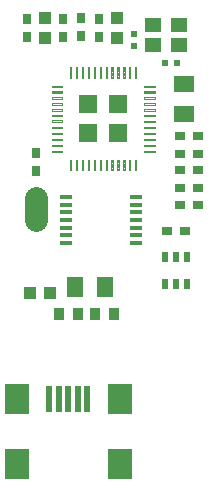
<source format=gbr>
G04 EAGLE Gerber RS-274X export*
G75*
%MOMM*%
%FSLAX34Y34*%
%LPD*%
%INSolderpaste Top*%
%IPPOS*%
%AMOC8*
5,1,8,0,0,1.08239X$1,22.5*%
G01*
%ADD10R,0.900000X1.000000*%
%ADD11R,0.600000X0.900000*%
%ADD12R,1.000000X1.100000*%
%ADD13R,1.100000X1.000000*%
%ADD14R,1.500000X1.500000*%
%ADD15C,0.115000*%
%ADD16R,0.990600X0.304800*%
%ADD17R,1.400000X1.200000*%
%ADD18R,0.800000X0.900000*%
%ADD19R,1.400000X1.800000*%
%ADD20R,0.900000X0.800000*%
%ADD21R,0.600000X0.600000*%
%ADD22R,1.800000X1.400000*%
%ADD23C,1.930400*%
%ADD24R,0.500000X2.299997*%
%ADD25R,1.999997X2.499994*%


D10*
X319660Y128270D03*
X335660Y128270D03*
X305180Y128270D03*
X289180Y128270D03*
D11*
X397740Y176790D03*
X388240Y176790D03*
X378740Y176790D03*
X378740Y153790D03*
X388240Y153790D03*
X397740Y153790D03*
D12*
X277180Y379340D03*
X277180Y362340D03*
X338140Y379340D03*
X338140Y362340D03*
D13*
X264400Y146540D03*
X281400Y146540D03*
D14*
X339066Y306300D03*
X339066Y281300D03*
X314066Y281300D03*
X314066Y306300D03*
D15*
X353491Y328375D02*
X354641Y328375D01*
X353491Y328375D02*
X353491Y337225D01*
X354641Y337225D01*
X354641Y328375D01*
X354641Y329467D02*
X353491Y329467D01*
X353491Y330559D02*
X354641Y330559D01*
X354641Y331651D02*
X353491Y331651D01*
X353491Y332743D02*
X354641Y332743D01*
X354641Y333835D02*
X353491Y333835D01*
X353491Y334927D02*
X354641Y334927D01*
X354641Y336019D02*
X353491Y336019D01*
X353491Y337111D02*
X354641Y337111D01*
X349641Y328375D02*
X348491Y328375D01*
X348491Y337225D01*
X349641Y337225D01*
X349641Y328375D01*
X349641Y329467D02*
X348491Y329467D01*
X348491Y330559D02*
X349641Y330559D01*
X349641Y331651D02*
X348491Y331651D01*
X348491Y332743D02*
X349641Y332743D01*
X349641Y333835D02*
X348491Y333835D01*
X348491Y334927D02*
X349641Y334927D01*
X349641Y336019D02*
X348491Y336019D01*
X348491Y337111D02*
X349641Y337111D01*
X344641Y328375D02*
X343491Y328375D01*
X343491Y337225D01*
X344641Y337225D01*
X344641Y328375D01*
X344641Y329467D02*
X343491Y329467D01*
X343491Y330559D02*
X344641Y330559D01*
X344641Y331651D02*
X343491Y331651D01*
X343491Y332743D02*
X344641Y332743D01*
X344641Y333835D02*
X343491Y333835D01*
X343491Y334927D02*
X344641Y334927D01*
X344641Y336019D02*
X343491Y336019D01*
X343491Y337111D02*
X344641Y337111D01*
X339641Y328375D02*
X338491Y328375D01*
X338491Y337225D01*
X339641Y337225D01*
X339641Y328375D01*
X339641Y329467D02*
X338491Y329467D01*
X338491Y330559D02*
X339641Y330559D01*
X339641Y331651D02*
X338491Y331651D01*
X338491Y332743D02*
X339641Y332743D01*
X339641Y333835D02*
X338491Y333835D01*
X338491Y334927D02*
X339641Y334927D01*
X339641Y336019D02*
X338491Y336019D01*
X338491Y337111D02*
X339641Y337111D01*
X334641Y328375D02*
X333491Y328375D01*
X333491Y337225D01*
X334641Y337225D01*
X334641Y328375D01*
X334641Y329467D02*
X333491Y329467D01*
X333491Y330559D02*
X334641Y330559D01*
X334641Y331651D02*
X333491Y331651D01*
X333491Y332743D02*
X334641Y332743D01*
X334641Y333835D02*
X333491Y333835D01*
X333491Y334927D02*
X334641Y334927D01*
X334641Y336019D02*
X333491Y336019D01*
X333491Y337111D02*
X334641Y337111D01*
X329641Y328375D02*
X328491Y328375D01*
X328491Y337225D01*
X329641Y337225D01*
X329641Y328375D01*
X329641Y329467D02*
X328491Y329467D01*
X328491Y330559D02*
X329641Y330559D01*
X329641Y331651D02*
X328491Y331651D01*
X328491Y332743D02*
X329641Y332743D01*
X329641Y333835D02*
X328491Y333835D01*
X328491Y334927D02*
X329641Y334927D01*
X329641Y336019D02*
X328491Y336019D01*
X328491Y337111D02*
X329641Y337111D01*
X324641Y328375D02*
X323491Y328375D01*
X323491Y337225D01*
X324641Y337225D01*
X324641Y328375D01*
X324641Y329467D02*
X323491Y329467D01*
X323491Y330559D02*
X324641Y330559D01*
X324641Y331651D02*
X323491Y331651D01*
X323491Y332743D02*
X324641Y332743D01*
X324641Y333835D02*
X323491Y333835D01*
X323491Y334927D02*
X324641Y334927D01*
X324641Y336019D02*
X323491Y336019D01*
X323491Y337111D02*
X324641Y337111D01*
X319641Y328375D02*
X318491Y328375D01*
X318491Y337225D01*
X319641Y337225D01*
X319641Y328375D01*
X319641Y329467D02*
X318491Y329467D01*
X318491Y330559D02*
X319641Y330559D01*
X319641Y331651D02*
X318491Y331651D01*
X318491Y332743D02*
X319641Y332743D01*
X319641Y333835D02*
X318491Y333835D01*
X318491Y334927D02*
X319641Y334927D01*
X319641Y336019D02*
X318491Y336019D01*
X318491Y337111D02*
X319641Y337111D01*
X314641Y328375D02*
X313491Y328375D01*
X313491Y337225D01*
X314641Y337225D01*
X314641Y328375D01*
X314641Y329467D02*
X313491Y329467D01*
X313491Y330559D02*
X314641Y330559D01*
X314641Y331651D02*
X313491Y331651D01*
X313491Y332743D02*
X314641Y332743D01*
X314641Y333835D02*
X313491Y333835D01*
X313491Y334927D02*
X314641Y334927D01*
X314641Y336019D02*
X313491Y336019D01*
X313491Y337111D02*
X314641Y337111D01*
X309641Y328375D02*
X308491Y328375D01*
X308491Y337225D01*
X309641Y337225D01*
X309641Y328375D01*
X309641Y329467D02*
X308491Y329467D01*
X308491Y330559D02*
X309641Y330559D01*
X309641Y331651D02*
X308491Y331651D01*
X308491Y332743D02*
X309641Y332743D01*
X309641Y333835D02*
X308491Y333835D01*
X308491Y334927D02*
X309641Y334927D01*
X309641Y336019D02*
X308491Y336019D01*
X308491Y337111D02*
X309641Y337111D01*
X304641Y328375D02*
X303491Y328375D01*
X303491Y337225D01*
X304641Y337225D01*
X304641Y328375D01*
X304641Y329467D02*
X303491Y329467D01*
X303491Y330559D02*
X304641Y330559D01*
X304641Y331651D02*
X303491Y331651D01*
X303491Y332743D02*
X304641Y332743D01*
X304641Y333835D02*
X303491Y333835D01*
X303491Y334927D02*
X304641Y334927D01*
X304641Y336019D02*
X303491Y336019D01*
X303491Y337111D02*
X304641Y337111D01*
X299641Y328375D02*
X298491Y328375D01*
X298491Y337225D01*
X299641Y337225D01*
X299641Y328375D01*
X299641Y329467D02*
X298491Y329467D01*
X298491Y330559D02*
X299641Y330559D01*
X299641Y331651D02*
X298491Y331651D01*
X298491Y332743D02*
X299641Y332743D01*
X299641Y333835D02*
X298491Y333835D01*
X298491Y334927D02*
X299641Y334927D01*
X299641Y336019D02*
X298491Y336019D01*
X298491Y337111D02*
X299641Y337111D01*
X291991Y321875D02*
X291991Y320725D01*
X283141Y320725D01*
X283141Y321875D01*
X291991Y321875D01*
X291991Y321817D02*
X283141Y321817D01*
X291991Y316875D02*
X291991Y315725D01*
X283141Y315725D01*
X283141Y316875D01*
X291991Y316875D01*
X291991Y316817D02*
X283141Y316817D01*
X291991Y311875D02*
X291991Y310725D01*
X283141Y310725D01*
X283141Y311875D01*
X291991Y311875D01*
X291991Y311817D02*
X283141Y311817D01*
X291991Y306875D02*
X291991Y305725D01*
X283141Y305725D01*
X283141Y306875D01*
X291991Y306875D01*
X291991Y306817D02*
X283141Y306817D01*
X291991Y301875D02*
X291991Y300725D01*
X283141Y300725D01*
X283141Y301875D01*
X291991Y301875D01*
X291991Y301817D02*
X283141Y301817D01*
X291991Y296875D02*
X291991Y295725D01*
X283141Y295725D01*
X283141Y296875D01*
X291991Y296875D01*
X291991Y296817D02*
X283141Y296817D01*
X291991Y292375D02*
X291991Y291225D01*
X283141Y291225D01*
X283141Y292375D01*
X291991Y292375D01*
X291991Y292317D02*
X283141Y292317D01*
X291991Y286875D02*
X291991Y285725D01*
X283141Y285725D01*
X283141Y286875D01*
X291991Y286875D01*
X291991Y286817D02*
X283141Y286817D01*
X291991Y281875D02*
X291991Y280725D01*
X283141Y280725D01*
X283141Y281875D01*
X291991Y281875D01*
X291991Y281817D02*
X283141Y281817D01*
X291991Y276875D02*
X291991Y275725D01*
X283141Y275725D01*
X283141Y276875D01*
X291991Y276875D01*
X291991Y276817D02*
X283141Y276817D01*
X291991Y271875D02*
X291991Y270725D01*
X283141Y270725D01*
X283141Y271875D01*
X291991Y271875D01*
X291991Y271817D02*
X283141Y271817D01*
X291991Y266875D02*
X291991Y265725D01*
X283141Y265725D01*
X283141Y266875D01*
X291991Y266875D01*
X291991Y266817D02*
X283141Y266817D01*
X298491Y259225D02*
X299641Y259225D01*
X299641Y250375D01*
X298491Y250375D01*
X298491Y259225D01*
X298491Y251467D02*
X299641Y251467D01*
X299641Y252559D02*
X298491Y252559D01*
X298491Y253651D02*
X299641Y253651D01*
X299641Y254743D02*
X298491Y254743D01*
X298491Y255835D02*
X299641Y255835D01*
X299641Y256927D02*
X298491Y256927D01*
X298491Y258019D02*
X299641Y258019D01*
X299641Y259111D02*
X298491Y259111D01*
X303491Y259225D02*
X304641Y259225D01*
X304641Y250375D01*
X303491Y250375D01*
X303491Y259225D01*
X303491Y251467D02*
X304641Y251467D01*
X304641Y252559D02*
X303491Y252559D01*
X303491Y253651D02*
X304641Y253651D01*
X304641Y254743D02*
X303491Y254743D01*
X303491Y255835D02*
X304641Y255835D01*
X304641Y256927D02*
X303491Y256927D01*
X303491Y258019D02*
X304641Y258019D01*
X304641Y259111D02*
X303491Y259111D01*
X308491Y259225D02*
X309641Y259225D01*
X309641Y250375D01*
X308491Y250375D01*
X308491Y259225D01*
X308491Y251467D02*
X309641Y251467D01*
X309641Y252559D02*
X308491Y252559D01*
X308491Y253651D02*
X309641Y253651D01*
X309641Y254743D02*
X308491Y254743D01*
X308491Y255835D02*
X309641Y255835D01*
X309641Y256927D02*
X308491Y256927D01*
X308491Y258019D02*
X309641Y258019D01*
X309641Y259111D02*
X308491Y259111D01*
X313491Y259225D02*
X314641Y259225D01*
X314641Y250375D01*
X313491Y250375D01*
X313491Y259225D01*
X313491Y251467D02*
X314641Y251467D01*
X314641Y252559D02*
X313491Y252559D01*
X313491Y253651D02*
X314641Y253651D01*
X314641Y254743D02*
X313491Y254743D01*
X313491Y255835D02*
X314641Y255835D01*
X314641Y256927D02*
X313491Y256927D01*
X313491Y258019D02*
X314641Y258019D01*
X314641Y259111D02*
X313491Y259111D01*
X318491Y259225D02*
X319641Y259225D01*
X319641Y250375D01*
X318491Y250375D01*
X318491Y259225D01*
X318491Y251467D02*
X319641Y251467D01*
X319641Y252559D02*
X318491Y252559D01*
X318491Y253651D02*
X319641Y253651D01*
X319641Y254743D02*
X318491Y254743D01*
X318491Y255835D02*
X319641Y255835D01*
X319641Y256927D02*
X318491Y256927D01*
X318491Y258019D02*
X319641Y258019D01*
X319641Y259111D02*
X318491Y259111D01*
X323491Y259225D02*
X324641Y259225D01*
X324641Y250375D01*
X323491Y250375D01*
X323491Y259225D01*
X323491Y251467D02*
X324641Y251467D01*
X324641Y252559D02*
X323491Y252559D01*
X323491Y253651D02*
X324641Y253651D01*
X324641Y254743D02*
X323491Y254743D01*
X323491Y255835D02*
X324641Y255835D01*
X324641Y256927D02*
X323491Y256927D01*
X323491Y258019D02*
X324641Y258019D01*
X324641Y259111D02*
X323491Y259111D01*
X328491Y259225D02*
X329641Y259225D01*
X329641Y250375D01*
X328491Y250375D01*
X328491Y259225D01*
X328491Y251467D02*
X329641Y251467D01*
X329641Y252559D02*
X328491Y252559D01*
X328491Y253651D02*
X329641Y253651D01*
X329641Y254743D02*
X328491Y254743D01*
X328491Y255835D02*
X329641Y255835D01*
X329641Y256927D02*
X328491Y256927D01*
X328491Y258019D02*
X329641Y258019D01*
X329641Y259111D02*
X328491Y259111D01*
X333491Y259225D02*
X334641Y259225D01*
X334641Y250375D01*
X333491Y250375D01*
X333491Y259225D01*
X333491Y251467D02*
X334641Y251467D01*
X334641Y252559D02*
X333491Y252559D01*
X333491Y253651D02*
X334641Y253651D01*
X334641Y254743D02*
X333491Y254743D01*
X333491Y255835D02*
X334641Y255835D01*
X334641Y256927D02*
X333491Y256927D01*
X333491Y258019D02*
X334641Y258019D01*
X334641Y259111D02*
X333491Y259111D01*
X338491Y259225D02*
X339641Y259225D01*
X339641Y250375D01*
X338491Y250375D01*
X338491Y259225D01*
X338491Y251467D02*
X339641Y251467D01*
X339641Y252559D02*
X338491Y252559D01*
X338491Y253651D02*
X339641Y253651D01*
X339641Y254743D02*
X338491Y254743D01*
X338491Y255835D02*
X339641Y255835D01*
X339641Y256927D02*
X338491Y256927D01*
X338491Y258019D02*
X339641Y258019D01*
X339641Y259111D02*
X338491Y259111D01*
X343491Y259225D02*
X344641Y259225D01*
X344641Y250375D01*
X343491Y250375D01*
X343491Y259225D01*
X343491Y251467D02*
X344641Y251467D01*
X344641Y252559D02*
X343491Y252559D01*
X343491Y253651D02*
X344641Y253651D01*
X344641Y254743D02*
X343491Y254743D01*
X343491Y255835D02*
X344641Y255835D01*
X344641Y256927D02*
X343491Y256927D01*
X343491Y258019D02*
X344641Y258019D01*
X344641Y259111D02*
X343491Y259111D01*
X348491Y259225D02*
X349641Y259225D01*
X349641Y250375D01*
X348491Y250375D01*
X348491Y259225D01*
X348491Y251467D02*
X349641Y251467D01*
X349641Y252559D02*
X348491Y252559D01*
X348491Y253651D02*
X349641Y253651D01*
X349641Y254743D02*
X348491Y254743D01*
X348491Y255835D02*
X349641Y255835D01*
X349641Y256927D02*
X348491Y256927D01*
X348491Y258019D02*
X349641Y258019D01*
X349641Y259111D02*
X348491Y259111D01*
X353491Y259225D02*
X354641Y259225D01*
X354641Y250375D01*
X353491Y250375D01*
X353491Y259225D01*
X353491Y251467D02*
X354641Y251467D01*
X354641Y252559D02*
X353491Y252559D01*
X353491Y253651D02*
X354641Y253651D01*
X354641Y254743D02*
X353491Y254743D01*
X353491Y255835D02*
X354641Y255835D01*
X354641Y256927D02*
X353491Y256927D01*
X353491Y258019D02*
X354641Y258019D01*
X354641Y259111D02*
X353491Y259111D01*
X361141Y265725D02*
X361141Y266875D01*
X369991Y266875D01*
X369991Y265725D01*
X361141Y265725D01*
X361141Y266817D02*
X369991Y266817D01*
X361141Y270725D02*
X361141Y271875D01*
X369991Y271875D01*
X369991Y270725D01*
X361141Y270725D01*
X361141Y271817D02*
X369991Y271817D01*
X361141Y275725D02*
X361141Y276875D01*
X369991Y276875D01*
X369991Y275725D01*
X361141Y275725D01*
X361141Y276817D02*
X369991Y276817D01*
X361141Y280725D02*
X361141Y281875D01*
X369991Y281875D01*
X369991Y280725D01*
X361141Y280725D01*
X361141Y281817D02*
X369991Y281817D01*
X361141Y285725D02*
X361141Y286875D01*
X369991Y286875D01*
X369991Y285725D01*
X361141Y285725D01*
X361141Y286817D02*
X369991Y286817D01*
X361141Y290725D02*
X361141Y291875D01*
X369991Y291875D01*
X369991Y290725D01*
X361141Y290725D01*
X361141Y291817D02*
X369991Y291817D01*
X361141Y295725D02*
X361141Y296875D01*
X369991Y296875D01*
X369991Y295725D01*
X361141Y295725D01*
X361141Y296817D02*
X369991Y296817D01*
X361141Y300725D02*
X361141Y301875D01*
X369991Y301875D01*
X369991Y300725D01*
X361141Y300725D01*
X361141Y301817D02*
X369991Y301817D01*
X361141Y305725D02*
X361141Y306875D01*
X369991Y306875D01*
X369991Y305725D01*
X361141Y305725D01*
X361141Y306817D02*
X369991Y306817D01*
X361141Y310725D02*
X361141Y311875D01*
X369991Y311875D01*
X369991Y310725D01*
X361141Y310725D01*
X361141Y311817D02*
X369991Y311817D01*
X361141Y315725D02*
X361141Y316875D01*
X369991Y316875D01*
X369991Y315725D01*
X361141Y315725D01*
X361141Y316817D02*
X369991Y316817D01*
X361141Y320725D02*
X361141Y321875D01*
X369991Y321875D01*
X369991Y320725D01*
X361141Y320725D01*
X361141Y321817D02*
X369991Y321817D01*
D16*
X354634Y188500D03*
X354634Y195000D03*
X354634Y201500D03*
X354634Y208000D03*
X354634Y214500D03*
X354634Y221000D03*
X354634Y227500D03*
X295278Y188500D03*
X295278Y195000D03*
X295278Y201500D03*
X295278Y208000D03*
X295278Y214500D03*
X295278Y221000D03*
X295278Y227500D03*
D17*
X390550Y372800D03*
X368550Y372800D03*
X368550Y355800D03*
X390550Y355800D03*
D18*
X292420Y363220D03*
X292420Y378460D03*
X322970Y363400D03*
X322970Y378640D03*
D19*
X302730Y150950D03*
X328130Y150950D03*
D20*
X396080Y198610D03*
X380840Y198610D03*
X406400Y234950D03*
X391160Y234950D03*
D18*
X307790Y378820D03*
X307790Y363580D03*
D21*
X378460Y341150D03*
X388620Y341150D03*
X352580Y355600D03*
X352580Y365760D03*
D20*
X391160Y250190D03*
X406400Y250190D03*
X391160Y264160D03*
X406400Y264160D03*
X391160Y220980D03*
X406400Y220980D03*
D22*
X395280Y297980D03*
X395280Y323380D03*
D18*
X262270Y362740D03*
X262270Y377980D03*
D20*
X391470Y279080D03*
X406710Y279080D03*
D18*
X270000Y265080D03*
X270000Y249840D03*
D23*
X270000Y227018D02*
X270000Y208222D01*
D24*
X280861Y56830D03*
X288862Y56830D03*
X296860Y56830D03*
X304861Y56830D03*
X312859Y56830D03*
D25*
X340360Y56830D03*
X340360Y1831D03*
X253360Y1831D03*
X253360Y56830D03*
M02*

</source>
